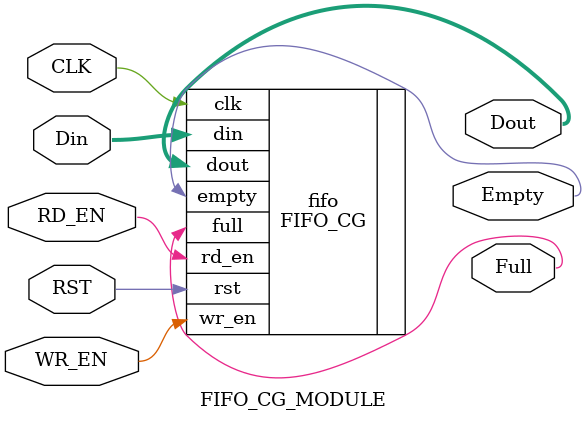
<source format=v>
`timescale 1ns / 1ps
module FIFO_CG_MODULE(
    input [7:0] Din,
    input RST,
    input RD_EN,
    input WR_EN,
    input CLK,
    output Empty,
    output Full,
    output [7:0] Dout
    );

FIFO_CG fifo (
  .clk(CLK), 
  .rst(RST), 
  .din(Din),
  .wr_en(WR_EN), 
  .rd_en(RD_EN),
  .dout(Dout),
  .full(Full),
  .empty(Empty)
);

endmodule

</source>
